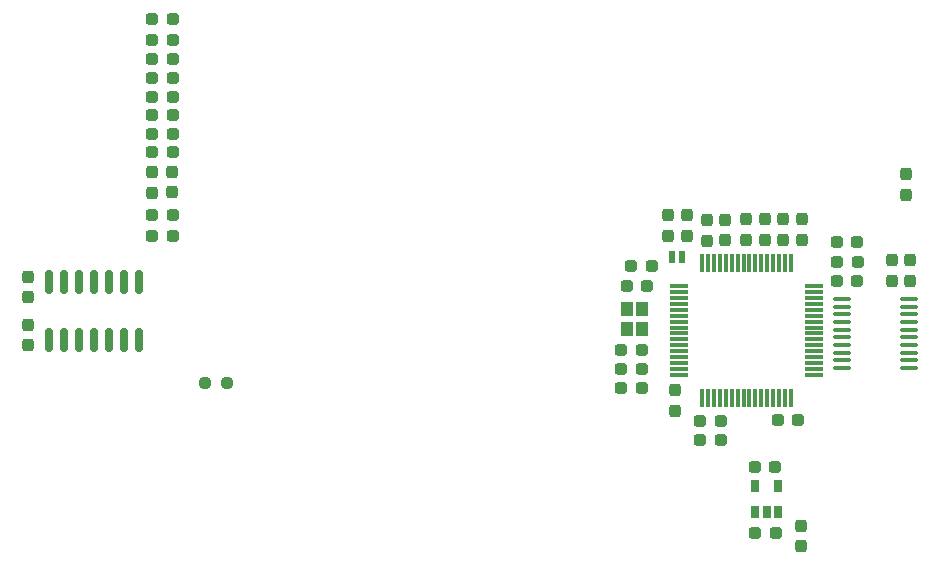
<source format=gtp>
%TF.GenerationSoftware,KiCad,Pcbnew,(6.0.10-0)*%
%TF.CreationDate,2023-01-26T22:23:51-06:00*%
%TF.ProjectId,spudglo_driver_v4p1,73707564-676c-46f5-9f64-72697665725f,rev?*%
%TF.SameCoordinates,Original*%
%TF.FileFunction,Paste,Top*%
%TF.FilePolarity,Positive*%
%FSLAX46Y46*%
G04 Gerber Fmt 4.6, Leading zero omitted, Abs format (unit mm)*
G04 Created by KiCad (PCBNEW (6.0.10-0)) date 2023-01-26 22:23:51*
%MOMM*%
%LPD*%
G01*
G04 APERTURE LIST*
G04 Aperture macros list*
%AMRoundRect*
0 Rectangle with rounded corners*
0 $1 Rounding radius*
0 $2 $3 $4 $5 $6 $7 $8 $9 X,Y pos of 4 corners*
0 Add a 4 corners polygon primitive as box body*
4,1,4,$2,$3,$4,$5,$6,$7,$8,$9,$2,$3,0*
0 Add four circle primitives for the rounded corners*
1,1,$1+$1,$2,$3*
1,1,$1+$1,$4,$5*
1,1,$1+$1,$6,$7*
1,1,$1+$1,$8,$9*
0 Add four rect primitives between the rounded corners*
20,1,$1+$1,$2,$3,$4,$5,0*
20,1,$1+$1,$4,$5,$6,$7,0*
20,1,$1+$1,$6,$7,$8,$9,0*
20,1,$1+$1,$8,$9,$2,$3,0*%
G04 Aperture macros list end*
%ADD10RoundRect,0.237500X0.250000X0.237500X-0.250000X0.237500X-0.250000X-0.237500X0.250000X-0.237500X0*%
%ADD11RoundRect,0.237500X0.287500X0.237500X-0.287500X0.237500X-0.287500X-0.237500X0.287500X-0.237500X0*%
%ADD12RoundRect,0.237500X-0.237500X0.287500X-0.237500X-0.287500X0.237500X-0.287500X0.237500X0.287500X0*%
%ADD13RoundRect,0.150000X0.150000X-0.825000X0.150000X0.825000X-0.150000X0.825000X-0.150000X-0.825000X0*%
%ADD14RoundRect,0.075000X-0.700000X-0.075000X0.700000X-0.075000X0.700000X0.075000X-0.700000X0.075000X0*%
%ADD15RoundRect,0.075000X-0.075000X-0.700000X0.075000X-0.700000X0.075000X0.700000X-0.075000X0.700000X0*%
%ADD16RoundRect,0.237500X-0.287500X-0.237500X0.287500X-0.237500X0.287500X0.237500X-0.287500X0.237500X0*%
%ADD17RoundRect,0.237500X0.237500X-0.287500X0.237500X0.287500X-0.237500X0.287500X-0.237500X-0.287500X0*%
%ADD18RoundRect,0.100000X-0.637500X-0.100000X0.637500X-0.100000X0.637500X0.100000X-0.637500X0.100000X0*%
%ADD19R,0.575000X1.140000*%
%ADD20R,1.000000X1.200000*%
%ADD21R,0.650000X1.060000*%
%ADD22RoundRect,0.237500X0.237500X-0.300000X0.237500X0.300000X-0.237500X0.300000X-0.237500X-0.300000X0*%
G04 APERTURE END LIST*
D10*
X140402500Y-113650000D03*
X138577500Y-113650000D03*
D11*
X135828000Y-89433000D03*
X134078000Y-89433000D03*
X135838000Y-92583000D03*
X134088000Y-92583000D03*
D12*
X134050000Y-95800000D03*
X134050000Y-97550000D03*
D13*
X125349000Y-110044000D03*
X126619000Y-110044000D03*
X127889000Y-110044000D03*
X129159000Y-110044000D03*
X130429000Y-110044000D03*
X131699000Y-110044000D03*
X132969000Y-110044000D03*
X132969000Y-105094000D03*
X131699000Y-105094000D03*
X130429000Y-105094000D03*
X129159000Y-105094000D03*
X127889000Y-105094000D03*
X126619000Y-105094000D03*
X125349000Y-105094000D03*
D12*
X185940000Y-99795000D03*
X185940000Y-101545000D03*
X197940000Y-95995000D03*
X197940000Y-97745000D03*
D14*
X178727500Y-105470000D03*
X178727500Y-105970000D03*
X178727500Y-106470000D03*
X178727500Y-106970000D03*
X178727500Y-107470000D03*
X178727500Y-107970000D03*
X178727500Y-108470000D03*
X178727500Y-108970000D03*
X178727500Y-109470000D03*
X178727500Y-109970000D03*
X178727500Y-110470000D03*
X178727500Y-110970000D03*
X178727500Y-111470000D03*
X178727500Y-111970000D03*
X178727500Y-112470000D03*
X178727500Y-112970000D03*
D15*
X180652500Y-114895000D03*
X181152500Y-114895000D03*
X181652500Y-114895000D03*
X182152500Y-114895000D03*
X182652500Y-114895000D03*
X183152500Y-114895000D03*
X183652500Y-114895000D03*
X184152500Y-114895000D03*
X184652500Y-114895000D03*
X185152500Y-114895000D03*
X185652500Y-114895000D03*
X186152500Y-114895000D03*
X186652500Y-114895000D03*
X187152500Y-114895000D03*
X187652500Y-114895000D03*
X188152500Y-114895000D03*
D14*
X190077500Y-112970000D03*
X190077500Y-112470000D03*
X190077500Y-111970000D03*
X190077500Y-111470000D03*
X190077500Y-110970000D03*
X190077500Y-110470000D03*
X190077500Y-109970000D03*
X190077500Y-109470000D03*
X190077500Y-108970000D03*
X190077500Y-108470000D03*
X190077500Y-107970000D03*
X190077500Y-107470000D03*
X190077500Y-106970000D03*
X190077500Y-106470000D03*
X190077500Y-105970000D03*
X190077500Y-105470000D03*
D15*
X188152500Y-103545000D03*
X187652500Y-103545000D03*
X187152500Y-103545000D03*
X186652500Y-103545000D03*
X186152500Y-103545000D03*
X185652500Y-103545000D03*
X185152500Y-103545000D03*
X184652500Y-103545000D03*
X184152500Y-103545000D03*
X183652500Y-103545000D03*
X183152500Y-103545000D03*
X182652500Y-103545000D03*
X182152500Y-103545000D03*
X181652500Y-103545000D03*
X181152500Y-103545000D03*
X180652500Y-103545000D03*
D12*
X184370000Y-99785000D03*
X184370000Y-101535000D03*
D11*
X135823000Y-91003000D03*
X134073000Y-91003000D03*
D16*
X173809999Y-114050000D03*
X175559999Y-114050000D03*
D17*
X182620000Y-101575000D03*
X182620000Y-99825000D03*
D16*
X134088000Y-94143000D03*
X135838000Y-94143000D03*
D11*
X175560000Y-110830000D03*
X173810000Y-110830000D03*
D16*
X174260000Y-105490000D03*
X176010000Y-105490000D03*
X192052000Y-103378000D03*
X193802000Y-103378000D03*
D18*
X192463500Y-106549000D03*
X192463500Y-107199000D03*
X192463500Y-107849000D03*
X192463500Y-108499000D03*
X192463500Y-109149000D03*
X192463500Y-109799000D03*
X192463500Y-110449000D03*
X192463500Y-111099000D03*
X192463500Y-111749000D03*
X192463500Y-112399000D03*
X198188500Y-112399000D03*
X198188500Y-111749000D03*
X198188500Y-111099000D03*
X198188500Y-110449000D03*
X198188500Y-109799000D03*
X198188500Y-109149000D03*
X198188500Y-108499000D03*
X198188500Y-107849000D03*
X198188500Y-107199000D03*
X198188500Y-106549000D03*
D19*
X178076385Y-102989690D03*
X178901385Y-102989690D03*
D20*
X174280000Y-109090000D03*
X174280000Y-107390000D03*
X175580000Y-107390000D03*
X175580000Y-109090000D03*
D16*
X192038000Y-105029000D03*
X193788000Y-105029000D03*
D17*
X198247000Y-105001000D03*
X198247000Y-103251000D03*
D12*
X123571000Y-104662000D03*
X123571000Y-106412000D03*
D21*
X185160000Y-124620000D03*
X186110000Y-124620000D03*
X187060000Y-124620000D03*
X187060000Y-122420000D03*
X185160000Y-122420000D03*
D12*
X187520000Y-99795000D03*
X187520000Y-101545000D03*
X178360000Y-114265000D03*
X178360000Y-116015000D03*
X189140000Y-99775000D03*
X189140000Y-101525000D03*
D16*
X134093000Y-87833000D03*
X135843000Y-87833000D03*
D17*
X181020000Y-101600000D03*
X181020000Y-99850000D03*
D11*
X175545000Y-112460000D03*
X173795000Y-112460000D03*
D17*
X196723000Y-105001000D03*
X196723000Y-103251000D03*
X177770015Y-101193639D03*
X177770015Y-99443639D03*
X179396360Y-101193639D03*
X179396360Y-99443639D03*
D16*
X185100000Y-120750000D03*
X186850000Y-120750000D03*
D11*
X182205000Y-116920000D03*
X180455000Y-116920000D03*
D16*
X185125000Y-126370000D03*
X186875000Y-126370000D03*
D11*
X176410000Y-103730000D03*
X174660000Y-103730000D03*
X188790000Y-116780000D03*
X187040000Y-116780000D03*
X182220000Y-118490000D03*
X180470000Y-118490000D03*
D16*
X192024000Y-101727000D03*
X193774000Y-101727000D03*
D17*
X189050000Y-127490000D03*
X189050000Y-125740000D03*
D11*
X135846000Y-84582000D03*
X134096000Y-84582000D03*
X135815000Y-101180000D03*
X134065000Y-101180000D03*
D16*
X134100000Y-82840000D03*
X135850000Y-82840000D03*
X134090000Y-99480000D03*
X135840000Y-99480000D03*
D11*
X135818000Y-86233000D03*
X134068000Y-86233000D03*
D12*
X135740000Y-95775000D03*
X135740000Y-97525000D03*
D22*
X123571000Y-110463500D03*
X123571000Y-108738500D03*
M02*

</source>
